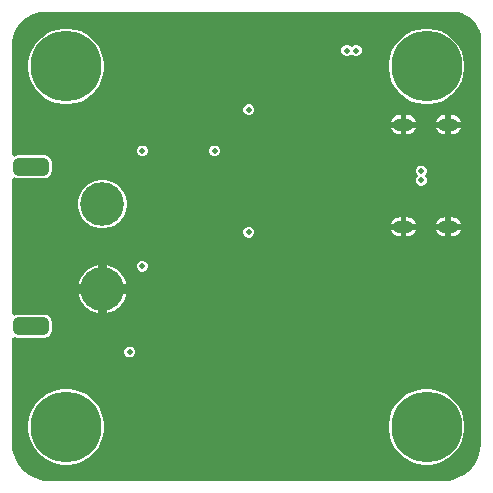
<source format=gbl>
G04*
G04 #@! TF.GenerationSoftware,Altium Limited,Altium Designer,24.5.2 (23)*
G04*
G04 Layer_Physical_Order=4*
G04 Layer_Color=16711680*
%FSLAX44Y44*%
%MOMM*%
G71*
G04*
G04 #@! TF.SameCoordinates,77DF0842-A661-4F59-BA2F-9A799A7BDEE5*
G04*
G04*
G04 #@! TF.FilePolarity,Positive*
G04*
G01*
G75*
G04:AMPARAMS|DCode=61|XSize=1.7mm|YSize=1.1mm|CornerRadius=0.55mm|HoleSize=0mm|Usage=FLASHONLY|Rotation=180.000|XOffset=0mm|YOffset=0mm|HoleType=Round|Shape=RoundedRectangle|*
%AMROUNDEDRECTD61*
21,1,1.7000,0.0000,0,0,180.0*
21,1,0.6000,1.1000,0,0,180.0*
1,1,1.1000,-0.3000,0.0000*
1,1,1.1000,0.3000,0.0000*
1,1,1.1000,0.3000,0.0000*
1,1,1.1000,-0.3000,0.0000*
%
%ADD61ROUNDEDRECTD61*%
G04:AMPARAMS|DCode=62|XSize=1.5mm|YSize=3mm|CornerRadius=0.375mm|HoleSize=0mm|Usage=FLASHONLY|Rotation=90.000|XOffset=0mm|YOffset=0mm|HoleType=Round|Shape=RoundedRectangle|*
%AMROUNDEDRECTD62*
21,1,1.5000,2.2500,0,0,90.0*
21,1,0.7500,3.0000,0,0,90.0*
1,1,0.7500,1.1250,0.3750*
1,1,0.7500,1.1250,-0.3750*
1,1,0.7500,-1.1250,-0.3750*
1,1,0.7500,-1.1250,0.3750*
%
%ADD62ROUNDEDRECTD62*%
%ADD63C,3.7000*%
%ADD64C,6.0000*%
%ADD65C,0.5000*%
G36*
X579631Y598279D02*
X582630Y597475D01*
X585498Y596287D01*
X588186Y594735D01*
X590649Y592845D01*
X592845Y590650D01*
X594735Y588187D01*
X596287Y585498D01*
X597475Y582630D01*
X598279Y579631D01*
X598684Y576552D01*
Y575000D01*
Y234142D01*
Y231991D01*
X598122Y227724D01*
X597009Y223568D01*
X595362Y219592D01*
X593211Y215866D01*
X590591Y212452D01*
X587548Y209409D01*
X584134Y206789D01*
X580408Y204638D01*
X576432Y202991D01*
X572276Y201877D01*
X568009Y201316D01*
X231991D01*
X227724Y201877D01*
X223568Y202991D01*
X219592Y204638D01*
X215866Y206789D01*
X212452Y209409D01*
X209409Y212452D01*
X206789Y215866D01*
X204638Y219592D01*
X202991Y223568D01*
X201877Y227724D01*
X201316Y231991D01*
Y234142D01*
Y322372D01*
X203856Y323730D01*
X204494Y323303D01*
X206750Y322855D01*
X229250D01*
X231506Y323303D01*
X233419Y324581D01*
X234697Y326494D01*
X235145Y328750D01*
Y336250D01*
X234697Y338506D01*
X233419Y340419D01*
X231506Y341697D01*
X229250Y342145D01*
X206750D01*
X204494Y341697D01*
X203856Y341270D01*
X201316Y342628D01*
Y457372D01*
X203856Y458730D01*
X204494Y458303D01*
X206750Y457855D01*
X229250D01*
X231506Y458303D01*
X233419Y459581D01*
X234697Y461494D01*
X235145Y463750D01*
Y471250D01*
X234697Y473506D01*
X233419Y475419D01*
X231506Y476697D01*
X229250Y477145D01*
X206750D01*
X204494Y476697D01*
X203856Y476270D01*
X201316Y477628D01*
Y570607D01*
Y573060D01*
X202166Y577892D01*
X203842Y582502D01*
X206292Y586752D01*
X209441Y590514D01*
X213195Y593672D01*
X217440Y596131D01*
X222047Y597817D01*
X224461Y598248D01*
X224787Y598375D01*
X225127Y598462D01*
X225589Y598684D01*
X576552D01*
X579631Y598279D01*
D02*
G37*
%LPC*%
G36*
X493901Y570532D02*
X492099D01*
X490433Y569842D01*
X489000Y568694D01*
X487567Y569842D01*
X485901Y570532D01*
X484099D01*
X482433Y569842D01*
X481158Y568567D01*
X480468Y566902D01*
Y565098D01*
X481158Y563433D01*
X482433Y562158D01*
X484099Y561468D01*
X485901D01*
X487567Y562158D01*
X489000Y563306D01*
X490433Y562158D01*
X492099Y561468D01*
X493901D01*
X495567Y562158D01*
X496842Y563433D01*
X497532Y565098D01*
Y566902D01*
X496842Y568567D01*
X495567Y569842D01*
X493901Y570532D01*
D02*
G37*
G36*
X555021Y584532D02*
X549979D01*
X544999Y583743D01*
X540204Y582185D01*
X535712Y579896D01*
X531633Y576933D01*
X528067Y573368D01*
X525104Y569288D01*
X522815Y564796D01*
X521257Y560001D01*
X520468Y555021D01*
Y549979D01*
X521257Y544999D01*
X522815Y540204D01*
X525104Y535712D01*
X528067Y531633D01*
X531633Y528067D01*
X535712Y525104D01*
X540204Y522815D01*
X544999Y521257D01*
X549979Y520468D01*
X555021D01*
X560001Y521257D01*
X564796Y522815D01*
X569288Y525104D01*
X573368Y528067D01*
X576933Y531633D01*
X579896Y535712D01*
X582185Y540204D01*
X583743Y544999D01*
X584532Y549979D01*
Y555021D01*
X583743Y560001D01*
X582185Y564796D01*
X579896Y569288D01*
X576933Y573368D01*
X573368Y576933D01*
X569288Y579896D01*
X564796Y582185D01*
X560001Y583743D01*
X555021Y584532D01*
D02*
G37*
G36*
X250021D02*
X244979D01*
X239999Y583743D01*
X235204Y582185D01*
X230712Y579896D01*
X226632Y576933D01*
X223067Y573368D01*
X220104Y569288D01*
X217815Y564796D01*
X216257Y560001D01*
X215468Y555021D01*
Y549979D01*
X216257Y544999D01*
X217815Y540204D01*
X220104Y535712D01*
X223067Y531633D01*
X226632Y528067D01*
X230712Y525104D01*
X235204Y522815D01*
X239999Y521257D01*
X244979Y520468D01*
X250021D01*
X255001Y521257D01*
X259796Y522815D01*
X264288Y525104D01*
X268367Y528067D01*
X271933Y531633D01*
X274896Y535712D01*
X277185Y540204D01*
X278743Y544999D01*
X279532Y549979D01*
Y555021D01*
X278743Y560001D01*
X277185Y564796D01*
X274896Y569288D01*
X271933Y573368D01*
X268367Y576933D01*
X264288Y579896D01*
X259796Y582185D01*
X255001Y583743D01*
X250021Y584532D01*
D02*
G37*
G36*
X402901Y520532D02*
X401099D01*
X399433Y519842D01*
X398158Y518567D01*
X397468Y516902D01*
Y515098D01*
X398158Y513433D01*
X399433Y512158D01*
X401099Y511468D01*
X402901D01*
X404567Y512158D01*
X405842Y513433D01*
X406532Y515098D01*
Y516902D01*
X405842Y518567D01*
X404567Y519842D01*
X402901Y520532D01*
D02*
G37*
G36*
X574000Y511269D02*
X573500D01*
Y505700D01*
X581624D01*
X580988Y507234D01*
X579706Y508906D01*
X578035Y510188D01*
X576088Y510994D01*
X574000Y511269D01*
D02*
G37*
G36*
X536000D02*
X535500D01*
Y505700D01*
X543624D01*
X542988Y507234D01*
X541706Y508906D01*
X540034Y510188D01*
X538088Y510994D01*
X536000Y511269D01*
D02*
G37*
G36*
X530500D02*
X530000D01*
X527912Y510994D01*
X525965Y510188D01*
X524294Y508906D01*
X523012Y507234D01*
X522377Y505700D01*
X530500D01*
Y511269D01*
D02*
G37*
G36*
X568500D02*
X568000D01*
X565912Y510994D01*
X563965Y510188D01*
X562294Y508906D01*
X561012Y507234D01*
X560377Y505700D01*
X568500D01*
Y511269D01*
D02*
G37*
G36*
X581624Y500700D02*
X573500D01*
Y495131D01*
X574000D01*
X576088Y495406D01*
X578035Y496212D01*
X579706Y497494D01*
X580988Y499165D01*
X581624Y500700D01*
D02*
G37*
G36*
X568500D02*
X560376D01*
X561012Y499165D01*
X562294Y497494D01*
X563965Y496212D01*
X565912Y495406D01*
X568000Y495131D01*
X568500D01*
Y500700D01*
D02*
G37*
G36*
X543624D02*
X535500D01*
Y495131D01*
X536000D01*
X538088Y495406D01*
X540034Y496212D01*
X541706Y497494D01*
X542988Y499165D01*
X543624Y500700D01*
D02*
G37*
G36*
X530500D02*
X522376D01*
X523012Y499165D01*
X524294Y497494D01*
X525965Y496212D01*
X527912Y495406D01*
X530000Y495131D01*
X530500D01*
Y500700D01*
D02*
G37*
G36*
X373901Y485532D02*
X372099D01*
X370433Y484842D01*
X369158Y483567D01*
X368468Y481902D01*
Y480098D01*
X369158Y478433D01*
X370433Y477158D01*
X372099Y476468D01*
X373901D01*
X375567Y477158D01*
X376842Y478433D01*
X377532Y480098D01*
Y481902D01*
X376842Y483567D01*
X375567Y484842D01*
X373901Y485532D01*
D02*
G37*
G36*
X312901D02*
X311098D01*
X309433Y484842D01*
X308158Y483567D01*
X307468Y481902D01*
Y480098D01*
X308158Y478433D01*
X309433Y477158D01*
X311098Y476468D01*
X312901D01*
X314567Y477158D01*
X315842Y478433D01*
X316532Y480098D01*
Y481902D01*
X315842Y483567D01*
X314567Y484842D01*
X312901Y485532D01*
D02*
G37*
G36*
X548901Y468532D02*
X547099D01*
X545433Y467842D01*
X544158Y466567D01*
X543468Y464902D01*
Y463098D01*
X544158Y461433D01*
X545306Y460000D01*
X544158Y458567D01*
X543468Y456902D01*
Y455098D01*
X544158Y453433D01*
X545433Y452158D01*
X547099Y451468D01*
X548901D01*
X550567Y452158D01*
X551842Y453433D01*
X552532Y455098D01*
Y456902D01*
X551842Y458567D01*
X550694Y460000D01*
X551842Y461433D01*
X552532Y463098D01*
Y464902D01*
X551842Y466567D01*
X550567Y467842D01*
X548901Y468532D01*
D02*
G37*
G36*
X574000Y424869D02*
X573500D01*
Y419300D01*
X581624D01*
X580988Y420835D01*
X579706Y422506D01*
X578035Y423788D01*
X576088Y424594D01*
X574000Y424869D01*
D02*
G37*
G36*
X536000D02*
X535500D01*
Y419300D01*
X543624D01*
X542988Y420835D01*
X541706Y422506D01*
X540034Y423788D01*
X538088Y424594D01*
X536000Y424869D01*
D02*
G37*
G36*
X530500D02*
X530000D01*
X527912Y424594D01*
X525965Y423788D01*
X524294Y422506D01*
X523012Y420835D01*
X522376Y419300D01*
X530500D01*
Y424869D01*
D02*
G37*
G36*
X568500D02*
X568000D01*
X565912Y424594D01*
X563965Y423788D01*
X562294Y422506D01*
X561012Y420835D01*
X560376Y419300D01*
X568500D01*
Y424869D01*
D02*
G37*
G36*
X280022Y456532D02*
X275978D01*
X272011Y455743D01*
X268274Y454195D01*
X264912Y451948D01*
X262052Y449088D01*
X259805Y445726D01*
X258257Y441989D01*
X257468Y438022D01*
Y433978D01*
X258257Y430011D01*
X259805Y426274D01*
X262052Y422912D01*
X264912Y420052D01*
X268274Y417805D01*
X272011Y416257D01*
X275978Y415468D01*
X280022D01*
X283989Y416257D01*
X287726Y417805D01*
X291088Y420052D01*
X293948Y422912D01*
X296195Y426274D01*
X297743Y430011D01*
X298532Y433978D01*
Y438022D01*
X297743Y441989D01*
X296195Y445726D01*
X293948Y449088D01*
X291088Y451948D01*
X287726Y454195D01*
X283989Y455743D01*
X280022Y456532D01*
D02*
G37*
G36*
X581624Y414300D02*
X573500D01*
Y408731D01*
X574000D01*
X576088Y409006D01*
X578035Y409812D01*
X579706Y411094D01*
X580988Y412766D01*
X581624Y414300D01*
D02*
G37*
G36*
X568500D02*
X560376D01*
X561012Y412766D01*
X562294Y411094D01*
X563965Y409812D01*
X565912Y409006D01*
X568000Y408731D01*
X568500D01*
Y414300D01*
D02*
G37*
G36*
X543624D02*
X535500D01*
Y408731D01*
X536000D01*
X538088Y409006D01*
X540034Y409812D01*
X541706Y411094D01*
X542988Y412766D01*
X543624Y414300D01*
D02*
G37*
G36*
X530500D02*
X522376D01*
X523012Y412766D01*
X524294Y411094D01*
X525965Y409812D01*
X527912Y409006D01*
X530000Y408731D01*
X530500D01*
Y414300D01*
D02*
G37*
G36*
X402901Y416532D02*
X401099D01*
X399433Y415842D01*
X398158Y414567D01*
X397468Y412901D01*
Y411099D01*
X398158Y409433D01*
X399433Y408158D01*
X401099Y407468D01*
X402901D01*
X404567Y408158D01*
X405842Y409433D01*
X406532Y411099D01*
Y412901D01*
X405842Y414567D01*
X404567Y415842D01*
X402901Y416532D01*
D02*
G37*
G36*
X312801Y387830D02*
X310998D01*
X309332Y387141D01*
X308057Y385866D01*
X307367Y384200D01*
Y382397D01*
X308057Y380731D01*
X309332Y379456D01*
X310998Y378766D01*
X312801D01*
X314466Y379456D01*
X315741Y380731D01*
X316431Y382397D01*
Y384200D01*
X315741Y385866D01*
X314466Y387141D01*
X312801Y387830D01*
D02*
G37*
G36*
X282000Y384106D02*
Y368000D01*
X298106D01*
X297712Y369980D01*
X296167Y373710D01*
X293923Y377068D01*
X291068Y379923D01*
X287710Y382167D01*
X283980Y383712D01*
X282000Y384106D01*
D02*
G37*
G36*
X274000D02*
X272020Y383712D01*
X268290Y382167D01*
X264932Y379923D01*
X262077Y377068D01*
X259833Y373710D01*
X258288Y369980D01*
X257894Y368000D01*
X274000D01*
Y384106D01*
D02*
G37*
G36*
X298106Y360000D02*
X282000D01*
Y343894D01*
X283980Y344288D01*
X287710Y345833D01*
X291068Y348077D01*
X293923Y350932D01*
X296167Y354290D01*
X297712Y358020D01*
X298106Y360000D01*
D02*
G37*
G36*
X274000D02*
X257894D01*
X258288Y358020D01*
X259833Y354290D01*
X262077Y350932D01*
X264932Y348077D01*
X268290Y345833D01*
X272020Y344288D01*
X274000Y343894D01*
Y360000D01*
D02*
G37*
G36*
X302108Y315261D02*
X300305D01*
X298639Y314571D01*
X297364Y313296D01*
X296674Y311630D01*
Y309827D01*
X297364Y308161D01*
X298639Y306887D01*
X300305Y306197D01*
X302108D01*
X303774Y306887D01*
X305049Y308161D01*
X305739Y309827D01*
Y311630D01*
X305049Y313296D01*
X303774Y314571D01*
X302108Y315261D01*
D02*
G37*
G36*
X555021Y279532D02*
X549979D01*
X544999Y278743D01*
X540204Y277185D01*
X535712Y274896D01*
X531633Y271933D01*
X528067Y268367D01*
X525104Y264288D01*
X522815Y259796D01*
X521257Y255001D01*
X520468Y250021D01*
Y244979D01*
X521257Y239999D01*
X522815Y235204D01*
X525104Y230712D01*
X528067Y226632D01*
X531633Y223067D01*
X535712Y220104D01*
X540204Y217815D01*
X544999Y216257D01*
X549979Y215468D01*
X555021D01*
X560001Y216257D01*
X564796Y217815D01*
X569288Y220104D01*
X573368Y223067D01*
X576933Y226632D01*
X579896Y230712D01*
X582185Y235204D01*
X583743Y239999D01*
X584532Y244979D01*
Y250021D01*
X583743Y255001D01*
X582185Y259796D01*
X579896Y264288D01*
X576933Y268367D01*
X573368Y271933D01*
X569288Y274896D01*
X564796Y277185D01*
X560001Y278743D01*
X555021Y279532D01*
D02*
G37*
G36*
X250021D02*
X244979D01*
X239999Y278743D01*
X235204Y277185D01*
X230712Y274896D01*
X226632Y271933D01*
X223067Y268367D01*
X220104Y264288D01*
X217815Y259796D01*
X216257Y255001D01*
X215468Y250021D01*
Y244979D01*
X216257Y239999D01*
X217815Y235204D01*
X220104Y230712D01*
X223067Y226632D01*
X226632Y223067D01*
X230712Y220104D01*
X235204Y217815D01*
X239999Y216257D01*
X244979Y215468D01*
X250021D01*
X255001Y216257D01*
X259796Y217815D01*
X264288Y220104D01*
X268367Y223067D01*
X271933Y226632D01*
X274896Y230712D01*
X277185Y235204D01*
X278743Y239999D01*
X279532Y244979D01*
Y250021D01*
X278743Y255001D01*
X277185Y259796D01*
X274896Y264288D01*
X271933Y268367D01*
X268367Y271933D01*
X264288Y274896D01*
X259796Y277185D01*
X255001Y278743D01*
X250021Y279532D01*
D02*
G37*
%LPD*%
D61*
X533000Y416800D02*
D03*
X571000D02*
D03*
X533000Y503200D02*
D03*
X571000D02*
D03*
D62*
X218000Y467500D02*
D03*
Y332500D02*
D03*
D63*
X278000Y436000D02*
D03*
Y364000D02*
D03*
D64*
X552500Y552500D02*
D03*
Y247500D02*
D03*
X247500D02*
D03*
Y552500D02*
D03*
D65*
X311899Y383298D02*
D03*
X301181Y321811D02*
D03*
X301206Y310729D02*
D03*
X529000Y552500D02*
D03*
X552500Y529000D02*
D03*
X576000Y552500D02*
D03*
X552500Y576000D02*
D03*
X536000Y569000D02*
D03*
X536000Y536000D02*
D03*
X569000Y536000D02*
D03*
X569000Y569000D02*
D03*
X529000Y247500D02*
D03*
X552500Y224000D02*
D03*
X576000Y247500D02*
D03*
X552500Y271000D02*
D03*
X536000Y264000D02*
D03*
X536000Y231000D02*
D03*
X569000Y231000D02*
D03*
X569000Y264000D02*
D03*
X224000Y247500D02*
D03*
X247500Y224000D02*
D03*
X271000Y247500D02*
D03*
X247500Y271000D02*
D03*
X231000Y264000D02*
D03*
X231000Y231000D02*
D03*
X264000Y231000D02*
D03*
X264000Y264000D02*
D03*
Y569000D02*
D03*
X264000Y536000D02*
D03*
X231000Y536000D02*
D03*
X231000Y569000D02*
D03*
X247500Y576000D02*
D03*
X271000Y552500D02*
D03*
X247500Y529000D02*
D03*
X224000Y552500D02*
D03*
X373000Y481000D02*
D03*
X402000Y516000D02*
D03*
X557000Y456000D02*
D03*
Y464000D02*
D03*
X505000Y568000D02*
D03*
X474000D02*
D03*
X489000Y574000D02*
D03*
X381000Y482000D02*
D03*
X291000Y471000D02*
D03*
X324850Y398903D02*
D03*
X538000Y366000D02*
D03*
Y379000D02*
D03*
X413000Y412000D02*
D03*
X312000Y481000D02*
D03*
X493000Y566000D02*
D03*
X485000D02*
D03*
X548000Y464000D02*
D03*
Y456000D02*
D03*
X351000Y284000D02*
D03*
X455000Y432500D02*
D03*
X514000Y506000D02*
D03*
X366000Y357000D02*
D03*
X388000Y486000D02*
D03*
X311000Y490000D02*
D03*
X260000Y495000D02*
D03*
X301000Y533000D02*
D03*
X236000Y296000D02*
D03*
X383000Y240000D02*
D03*
X347000D02*
D03*
X315000D02*
D03*
X419000D02*
D03*
X451000D02*
D03*
X483000D02*
D03*
X316000Y566000D02*
D03*
X348000D02*
D03*
X409000Y304000D02*
D03*
X528000Y289000D02*
D03*
X437500Y392500D02*
D03*
X409000Y272000D02*
D03*
X380000Y372000D02*
D03*
X395000Y337500D02*
D03*
Y355000D02*
D03*
X452500Y275000D02*
D03*
X571000Y328000D02*
D03*
Y369000D02*
D03*
X572500Y462500D02*
D03*
X554000Y432000D02*
D03*
X552500Y482500D02*
D03*
X455000Y561000D02*
D03*
X430000Y563000D02*
D03*
X402000D02*
D03*
X225500Y397000D02*
D03*
X432000Y500000D02*
D03*
X388000Y499000D02*
D03*
X432000Y460000D02*
D03*
X455000Y442000D02*
D03*
Y423000D02*
D03*
X302883Y384990D02*
D03*
X268000Y393000D02*
D03*
X364000Y344000D02*
D03*
X355000Y330000D02*
D03*
X353000Y315000D02*
D03*
X429000Y412000D02*
D03*
X432000Y480000D02*
D03*
X226000Y435000D02*
D03*
Y364000D02*
D03*
X207000Y416000D02*
D03*
Y380000D02*
D03*
Y348000D02*
D03*
Y316000D02*
D03*
Y270000D02*
D03*
Y452000D02*
D03*
Y484000D02*
D03*
Y506000D02*
D03*
Y534000D02*
D03*
X593000Y413000D02*
D03*
Y377000D02*
D03*
Y345000D02*
D03*
Y313000D02*
D03*
Y281000D02*
D03*
X589000Y449000D02*
D03*
Y481000D02*
D03*
X593000Y513000D02*
D03*
X584000Y216000D02*
D03*
X532000Y207000D02*
D03*
X216000Y216000D02*
D03*
X500000Y207000D02*
D03*
X468000D02*
D03*
X436000D02*
D03*
X268000D02*
D03*
X300000D02*
D03*
X332000D02*
D03*
X364000D02*
D03*
X400000D02*
D03*
X400000Y593000D02*
D03*
X436000D02*
D03*
X468000D02*
D03*
X500000D02*
D03*
X532000D02*
D03*
X364000D02*
D03*
X332000D02*
D03*
X300000D02*
D03*
X584000Y584000D02*
D03*
X268000Y593000D02*
D03*
X216000Y584000D02*
D03*
X402000Y412000D02*
D03*
M02*

</source>
